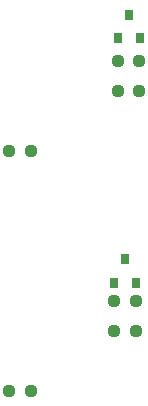
<source format=gbr>
%TF.GenerationSoftware,KiCad,Pcbnew,(6.0.9)*%
%TF.CreationDate,2023-01-09T19:40:24-09:00*%
%TF.ProjectId,ABSIS_ALE_Relay_Module,41425349-535f-4414-9c45-5f52656c6179,1*%
%TF.SameCoordinates,Original*%
%TF.FileFunction,Paste,Top*%
%TF.FilePolarity,Positive*%
%FSLAX46Y46*%
G04 Gerber Fmt 4.6, Leading zero omitted, Abs format (unit mm)*
G04 Created by KiCad (PCBNEW (6.0.9)) date 2023-01-09 19:40:24*
%MOMM*%
%LPD*%
G01*
G04 APERTURE LIST*
G04 Aperture macros list*
%AMRoundRect*
0 Rectangle with rounded corners*
0 $1 Rounding radius*
0 $2 $3 $4 $5 $6 $7 $8 $9 X,Y pos of 4 corners*
0 Add a 4 corners polygon primitive as box body*
4,1,4,$2,$3,$4,$5,$6,$7,$8,$9,$2,$3,0*
0 Add four circle primitives for the rounded corners*
1,1,$1+$1,$2,$3*
1,1,$1+$1,$4,$5*
1,1,$1+$1,$6,$7*
1,1,$1+$1,$8,$9*
0 Add four rect primitives between the rounded corners*
20,1,$1+$1,$2,$3,$4,$5,0*
20,1,$1+$1,$4,$5,$6,$7,0*
20,1,$1+$1,$6,$7,$8,$9,0*
20,1,$1+$1,$8,$9,$2,$3,0*%
G04 Aperture macros list end*
%ADD10R,0.800000X0.900000*%
%ADD11RoundRect,0.237500X-0.250000X-0.237500X0.250000X-0.237500X0.250000X0.237500X-0.250000X0.237500X0*%
%ADD12RoundRect,0.237500X0.250000X0.237500X-0.250000X0.237500X-0.250000X-0.237500X0.250000X-0.237500X0*%
G04 APERTURE END LIST*
D10*
%TO.C,Q2*%
X18880000Y36875000D03*
X20780000Y36875000D03*
X19830000Y38875000D03*
%TD*%
%TO.C,Q3*%
X18565000Y16190000D03*
X20465000Y16190000D03*
X19515000Y18190000D03*
%TD*%
D11*
%TO.C,R1*%
X18880000Y32430000D03*
X20705000Y32430000D03*
%TD*%
%TO.C,R2*%
X18880000Y34970000D03*
X20705000Y34970000D03*
%TD*%
%TO.C,R3*%
X9712500Y27350000D03*
X11537500Y27350000D03*
%TD*%
D12*
%TO.C,R5*%
X20427500Y12110000D03*
X18602500Y12110000D03*
%TD*%
D11*
%TO.C,R4*%
X18602500Y14650000D03*
X20427500Y14650000D03*
%TD*%
%TO.C,R6*%
X9712500Y7030000D03*
X11537500Y7030000D03*
%TD*%
M02*

</source>
